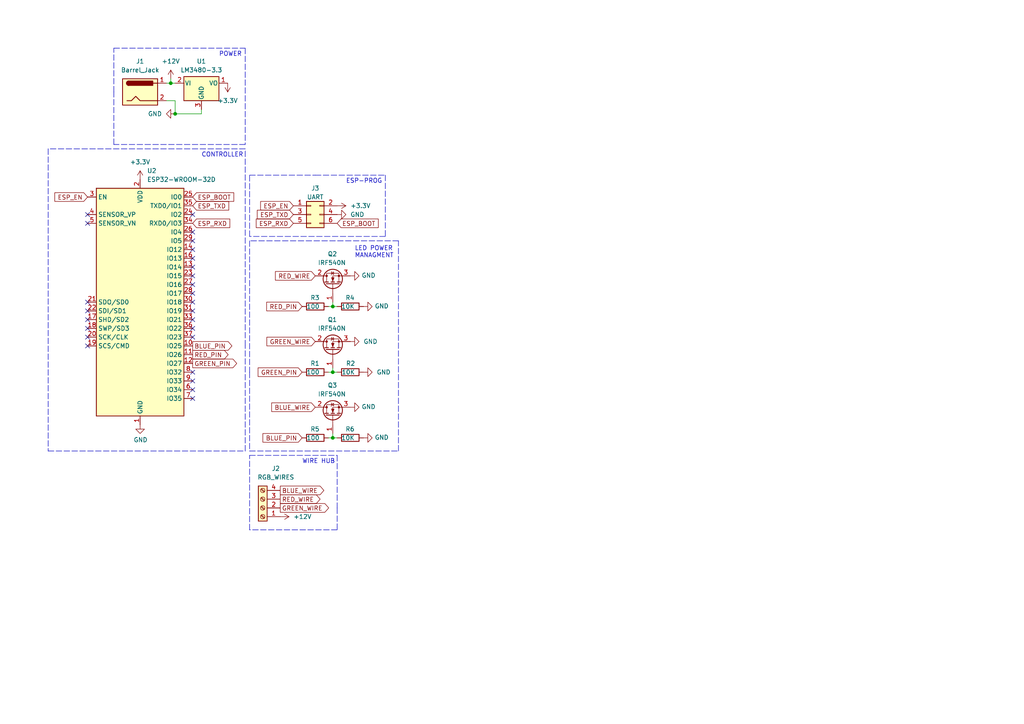
<source format=kicad_sch>
(kicad_sch (version 20211123) (generator eeschema)
  (paper "A4")
  (lib_symbols
    (symbol "Connector:Barrel_Jack" (pin_names (offset 1.016))
      (property "Reference" "J" (at 0 5.334 0))
      (property "Value" "Barrel_Jack" (at 0 -5.08 0))
      (symbol "Barrel_Jack_0_1"
        (rectangle (start -5.08 3.81) (end 5.08 -3.81) (stroke (width 0.254)) (fill (type background)))
        (arc (start -3.302 3.175) (mid -3.937 2.54) (end -3.302 1.905) (stroke (width 0.254)))
        (arc (start -3.302 3.175) (mid -3.937 2.54) (end -3.302 1.905) (stroke (width 0.254)) (fill (type outline)))
        (polyline (pts (xy 5.08 2.54) (xy 3.81 2.54)) (stroke (width 0.254)))
        (polyline (pts (xy -3.81 -2.54) (xy -2.54 -2.54) (xy -1.27 -1.27) (xy 0 -2.54) (xy 2.54 -2.54) (xy 5.08 -2.54)) (stroke (width 0.254)))
        (rectangle (start 3.683 3.175) (end -3.302 1.905) (stroke (width 0.254)) (fill (type outline)))
      )
      (symbol "Barrel_Jack_1_1"
        (pin passive line (at 7.62 2.54 180) (length 2.54) (name "~") (number "1"))
        (pin passive line (at 7.62 -2.54 180) (length 2.54) (name "~") (number "2"))
      )
    )
    (symbol "Connector:Screw_Terminal_01x04" (pin_names (offset 1.016) hide)
      (property "Reference" "J" (at 0 5.08 0))
      (property "Value" "Screw_Terminal_01x04" (at 0 -7.62 0))
      (symbol "Screw_Terminal_01x04_1_1"
        (rectangle (start -1.27 3.81) (end 1.27 -6.35) (stroke (width 0.254)) (fill (type background)))
        (circle (center 0 -5.08) (radius 0.635) (stroke (width 0.1524)))
        (circle (center 0 -2.54) (radius 0.635) (stroke (width 0.1524)))
        (polyline (pts (xy -0.5334 -4.7498) (xy 0.3302 -5.588)) (stroke (width 0.1524)))
        (polyline (pts (xy -0.5334 -2.2098) (xy 0.3302 -3.048)) (stroke (width 0.1524)))
        (polyline (pts (xy -0.5334 0.3302) (xy 0.3302 -0.508)) (stroke (width 0.1524)))
        (polyline (pts (xy -0.5334 2.8702) (xy 0.3302 2.032)) (stroke (width 0.1524)))
        (polyline (pts (xy -0.3556 -4.572) (xy 0.508 -5.4102)) (stroke (width 0.1524)))
        (polyline (pts (xy -0.3556 -2.032) (xy 0.508 -2.8702)) (stroke (width 0.1524)))
        (polyline (pts (xy -0.3556 0.508) (xy 0.508 -0.3302)) (stroke (width 0.1524)))
        (polyline (pts (xy -0.3556 3.048) (xy 0.508 2.2098)) (stroke (width 0.1524)))
        (circle (center 0 0) (radius 0.635) (stroke (width 0.1524)))
        (circle (center 0 2.54) (radius 0.635) (stroke (width 0.1524)))
        (pin passive line (at -5.08 2.54 0) (length 3.81) (name "Pin_1") (number "1"))
        (pin passive line (at -5.08 0 0) (length 3.81) (name "Pin_2") (number "2"))
        (pin passive line (at -5.08 -2.54 0) (length 3.81) (name "Pin_3") (number "3"))
        (pin passive line (at -5.08 -5.08 0) (length 3.81) (name "Pin_4") (number "4"))
      )
    )
    (symbol "Connector_Generic:Conn_02x03_Odd_Even" (pin_names (offset 1.016) hide)
      (property "Reference" "J" (at 1.27 5.08 0))
      (property "Value" "Conn_02x03_Odd_Even" (at 1.27 -5.08 0))
      (symbol "Conn_02x03_Odd_Even_1_1"
        (rectangle (start -1.27 -2.413) (end 0 -2.667) (stroke (width 0.1524)))
        (rectangle (start -1.27 0.127) (end 0 -0.127) (stroke (width 0.1524)))
        (rectangle (start -1.27 2.667) (end 0 2.413) (stroke (width 0.1524)))
        (rectangle (start -1.27 3.81) (end 3.81 -3.81) (stroke (width 0.254)) (fill (type background)))
        (rectangle (start 3.81 -2.413) (end 2.54 -2.667) (stroke (width 0.1524)))
        (rectangle (start 3.81 0.127) (end 2.54 -0.127) (stroke (width 0.1524)))
        (rectangle (start 3.81 2.667) (end 2.54 2.413) (stroke (width 0.1524)))
        (pin passive line (at -5.08 2.54 0) (length 3.81) (name "Pin_1") (number "1"))
        (pin passive line (at 7.62 2.54 180) (length 3.81) (name "Pin_2") (number "2"))
        (pin passive line (at -5.08 0 0) (length 3.81) (name "Pin_3") (number "3"))
        (pin passive line (at 7.62 0 180) (length 3.81) (name "Pin_4") (number "4"))
        (pin passive line (at -5.08 -2.54 0) (length 3.81) (name "Pin_5") (number "5"))
        (pin passive line (at 7.62 -2.54 180) (length 3.81) (name "Pin_6") (number "6"))
      )
    )
    (symbol "Device:R" (pin_numbers hide) (pin_names (offset 0))
      (property "Reference" "R" (at 2.032 0 90))
      (property "Value" "R" (at 0 0 90))
      (symbol "R_0_1"
        (rectangle (start -1.016 -2.54) (end 1.016 2.54) (stroke (width 0.254)))
      )
      (symbol "R_1_1"
        (pin passive line (at 0 3.81 270) (length 1.27) (name "~") (number "1"))
        (pin passive line (at 0 -3.81 90) (length 1.27) (name "~") (number "2"))
      )
    )
    (symbol "RF_Module:ESP32-WROOM-32D"
      (property "Reference" "U" (at -12.7 34.29 0))
      (property "Value" "ESP32-WROOM-32D" (at 1.27 34.29 0))
      (symbol "ESP32-WROOM-32D_0_1"
        (rectangle (start -12.7 33.02) (end 12.7 -33.02) (stroke (width 0.254)) (fill (type background)))
      )
      (symbol "ESP32-WROOM-32D_1_1"
        (pin power_in line (at 0 -35.56 90) (length 2.54) (name "GND") (number "1"))
        (pin bidirectional line (at 15.24 -12.7 180) (length 2.54) (name "IO25") (number "10"))
        (pin bidirectional line (at 15.24 -15.24 180) (length 2.54) (name "IO26") (number "11"))
        (pin bidirectional line (at 15.24 -17.78 180) (length 2.54) (name "IO27") (number "12"))
        (pin bidirectional line (at 15.24 10.16 180) (length 2.54) (name "IO14") (number "13"))
        (pin bidirectional line (at 15.24 15.24 180) (length 2.54) (name "IO12") (number "14"))
        (pin passive line (at 0 -35.56 90) (length 2.54) hide (name "GND") (number "15"))
        (pin bidirectional line (at 15.24 12.7 180) (length 2.54) (name "IO13") (number "16"))
        (pin bidirectional line (at -15.24 -5.08 0) (length 2.54) (name "SHD/SD2") (number "17"))
        (pin bidirectional line (at -15.24 -7.62 0) (length 2.54) (name "SWP/SD3") (number "18"))
        (pin bidirectional line (at -15.24 -12.7 0) (length 2.54) (name "SCS/CMD") (number "19"))
        (pin power_in line (at 0 35.56 270) (length 2.54) (name "VDD") (number "2"))
        (pin bidirectional line (at -15.24 -10.16 0) (length 2.54) (name "SCK/CLK") (number "20"))
        (pin bidirectional line (at -15.24 0 0) (length 2.54) (name "SDO/SD0") (number "21"))
        (pin bidirectional line (at -15.24 -2.54 0) (length 2.54) (name "SDI/SD1") (number "22"))
        (pin bidirectional line (at 15.24 7.62 180) (length 2.54) (name "IO15") (number "23"))
        (pin bidirectional line (at 15.24 25.4 180) (length 2.54) (name "IO2") (number "24"))
        (pin bidirectional line (at 15.24 30.48 180) (length 2.54) (name "IO0") (number "25"))
        (pin bidirectional line (at 15.24 20.32 180) (length 2.54) (name "IO4") (number "26"))
        (pin bidirectional line (at 15.24 5.08 180) (length 2.54) (name "IO16") (number "27"))
        (pin bidirectional line (at 15.24 2.54 180) (length 2.54) (name "IO17") (number "28"))
        (pin bidirectional line (at 15.24 17.78 180) (length 2.54) (name "IO5") (number "29"))
        (pin input line (at -15.24 30.48 0) (length 2.54) (name "EN") (number "3"))
        (pin bidirectional line (at 15.24 0 180) (length 2.54) (name "IO18") (number "30"))
        (pin bidirectional line (at 15.24 -2.54 180) (length 2.54) (name "IO19") (number "31"))
        (pin no_connect line (at -12.7 -27.94 0) (length 2.54) hide (name "NC") (number "32"))
        (pin bidirectional line (at 15.24 -5.08 180) (length 2.54) (name "IO21") (number "33"))
        (pin bidirectional line (at 15.24 22.86 180) (length 2.54) (name "RXD0/IO3") (number "34"))
        (pin bidirectional line (at 15.24 27.94 180) (length 2.54) (name "TXD0/IO1") (number "35"))
        (pin bidirectional line (at 15.24 -7.62 180) (length 2.54) (name "IO22") (number "36"))
        (pin bidirectional line (at 15.24 -10.16 180) (length 2.54) (name "IO23") (number "37"))
        (pin passive line (at 0 -35.56 90) (length 2.54) hide (name "GND") (number "38"))
        (pin passive line (at 0 -35.56 90) (length 2.54) hide (name "GND") (number "39"))
        (pin input line (at -15.24 25.4 0) (length 2.54) (name "SENSOR_VP") (number "4"))
        (pin input line (at -15.24 22.86 0) (length 2.54) (name "SENSOR_VN") (number "5"))
        (pin input line (at 15.24 -25.4 180) (length 2.54) (name "IO34") (number "6"))
        (pin input line (at 15.24 -27.94 180) (length 2.54) (name "IO35") (number "7"))
        (pin bidirectional line (at 15.24 -20.32 180) (length 2.54) (name "IO32") (number "8"))
        (pin bidirectional line (at 15.24 -22.86 180) (length 2.54) (name "IO33") (number "9"))
      )
    )
    (symbol "Regulator_Linear:LM3480-3.3" (pin_names (offset 0.254))
      (property "Reference" "U" (at -3.81 3.175 0))
      (property "Value" "LM3480-3.3" (at 0 3.175 0))
      (symbol "LM3480-3.3_0_1"
        (rectangle (start -5.08 1.905) (end 5.08 -5.08) (stroke (width 0.254)) (fill (type background)))
      )
      (symbol "LM3480-3.3_1_1"
        (pin power_out line (at 7.62 0 180) (length 2.54) (name "VO") (number "1"))
        (pin power_in line (at -7.62 0 0) (length 2.54) (name "VI") (number "2"))
        (pin power_in line (at 0 -7.62 90) (length 2.54) (name "GND") (number "3"))
      )
    )
    (symbol "Transistor_FET:IRF540N" (pin_names hide)
      (property "Reference" "Q" (at 6.35 1.905 0))
      (property "Value" "IRF540N" (at 6.35 0 0))
      (symbol "IRF540N_0_1"
        (polyline (pts (xy 0.254 0) (xy -2.54 0)))
        (polyline (pts (xy 0.254 1.905) (xy 0.254 -1.905)) (stroke (width 0.254)))
        (polyline (pts (xy 0.762 -1.27) (xy 0.762 -2.286)) (stroke (width 0.254)))
        (polyline (pts (xy 0.762 0.508) (xy 0.762 -0.508)) (stroke (width 0.254)))
        (polyline (pts (xy 0.762 2.286) (xy 0.762 1.27)) (stroke (width 0.254)))
        (polyline (pts (xy 2.54 2.54) (xy 2.54 1.778)))
        (polyline (pts (xy 2.54 -2.54) (xy 2.54 0) (xy 0.762 0)))
        (polyline (pts (xy 0.762 -1.778) (xy 3.302 -1.778) (xy 3.302 1.778) (xy 0.762 1.778)))
        (polyline (pts (xy 1.016 0) (xy 2.032 0.381) (xy 2.032 -0.381) (xy 1.016 0)) (fill (type outline)))
        (polyline (pts (xy 2.794 0.508) (xy 2.921 0.381) (xy 3.683 0.381) (xy 3.81 0.254)))
        (polyline (pts (xy 3.302 0.381) (xy 2.921 -0.254) (xy 3.683 -0.254) (xy 3.302 0.381)))
        (circle (center 1.651 0) (radius 2.794) (stroke (width 0.254)))
        (circle (center 2.54 -1.778) (radius 0.254) (fill (type outline)))
        (circle (center 2.54 1.778) (radius 0.254) (fill (type outline)))
      )
      (symbol "IRF540N_1_1"
        (pin input line (at -5.08 0 0) (length 2.54) (name "G") (number "1"))
        (pin passive line (at 2.54 5.08 270) (length 2.54) (name "D") (number "2"))
        (pin passive line (at 2.54 -5.08 90) (length 2.54) (name "S") (number "3"))
      )
    )
    (symbol "power:+12V" (power) (pin_names (offset 0))
      (property "Value" "+12V" (at 0 3.556 0))
      (symbol "+12V_0_1"
        (polyline (pts (xy -0.762 1.27) (xy 0 2.54)))
        (polyline (pts (xy 0 0) (xy 0 2.54)))
        (polyline (pts (xy 0 2.54) (xy 0.762 1.27)))
      )
      (symbol "+12V_1_1"
        (pin power_in line (at 0 0 90) (length 0) hide (name "+12V") (number "1"))
      )
    )
    (symbol "power:+3.3V" (power) (pin_names (offset 0))
      (property "Value" "+3.3V" (at 0 3.556 0))
      (symbol "+3.3V_0_1"
        (polyline (pts (xy -0.762 1.27) (xy 0 2.54)))
        (polyline (pts (xy 0 0) (xy 0 2.54)))
        (polyline (pts (xy 0 2.54) (xy 0.762 1.27)))
      )
      (symbol "+3.3V_1_1"
        (pin power_in line (at 0 0 90) (length 0) hide (name "+3.3V") (number "1"))
      )
    )
    (symbol "power:GND" (power) (pin_names (offset 0))
      (property "Value" "GND" (at 0 -3.81 0))
      (symbol "GND_0_1"
        (polyline (pts (xy 0 0) (xy 0 -1.27) (xy 1.27 -1.27) (xy 0 -2.54) (xy -1.27 -1.27) (xy 0 -1.27)))
      )
      (symbol "GND_1_1"
        (pin power_in line (at 0 0 270) (length 0) hide (name "GND") (number "1"))
      )
    )
  )
  (junction (at 96.52 107.95))
  (junction (at 96.52 127))
  (junction (at 50.8 33.02))
  (junction (at 49.53 24.13))
  (junction (at 96.52 88.9))
  (no_connect (at 25.4 62.23))
  (no_connect (at 25.4 64.77))
  (no_connect (at 55.88 62.23))
  (no_connect (at 55.88 82.55))
  (no_connect (at 55.88 80.01))
  (no_connect (at 55.88 72.39))
  (no_connect (at 55.88 69.85))
  (no_connect (at 55.88 67.31))
  (no_connect (at 55.88 74.93))
  (no_connect (at 55.88 92.71))
  (no_connect (at 55.88 95.25))
  (no_connect (at 55.88 77.47))
  (no_connect (at 55.88 85.09))
  (no_connect (at 55.88 87.63))
  (no_connect (at 55.88 113.03))
  (no_connect (at 55.88 110.49))
  (no_connect (at 55.88 107.95))
  (no_connect (at 55.88 115.57))
  (no_connect (at 25.4 95.25))
  (no_connect (at 25.4 100.33))
  (no_connect (at 25.4 90.17))
  (no_connect (at 25.4 87.63))
  (no_connect (at 25.4 92.71))
  (no_connect (at 25.4 97.79))
  (no_connect (at 55.88 90.17))
  (no_connect (at 55.88 97.79))
  (polyline (pts (xy 72.39 132.08) (xy 97.79 132.08)))
  (wire (pts (xy 50.8 24.13) (xy 49.53 24.13)))
  (polyline (pts (xy 115.57 69.85) (xy 72.39 69.85)))
  (wire (pts (xy 48.26 29.21) (xy 50.8 29.21)))
  (polyline (pts (xy 72.39 107.95) (xy 72.39 130.81)))
  (polyline (pts (xy 33.02 26.67) (xy 33.02 13.97)))
  (polyline (pts (xy 72.39 153.67) (xy 72.39 132.08)))
  (wire (pts (xy 96.52 107.95) (xy 97.79 107.95)))
  (polyline (pts (xy 13.97 43.18) (xy 13.97 130.81)))
  (polyline (pts (xy 91.44 50.8) (xy 111.76 50.8)))
  (polyline (pts (xy 71.12 100.33) (xy 71.12 43.18)))
  (wire (pts (xy 58.42 33.02) (xy 58.42 31.75)))
  (polyline (pts (xy 111.76 68.58) (xy 72.39 68.58)))
  (polyline (pts (xy 72.39 69.85) (xy 72.39 107.95)))
  (wire (pts (xy 49.53 22.86) (xy 49.53 24.13)))
  (polyline (pts (xy 111.76 50.8) (xy 111.76 68.58)))
  (polyline (pts (xy 97.79 132.08) (xy 97.79 147.32)))
  (wire (pts (xy 96.52 106.68) (xy 96.52 107.95)))
  (wire (pts (xy 95.25 107.95) (xy 96.52 107.95)))
  (wire (pts (xy 96.52 125.73) (xy 96.52 127)))
  (polyline (pts (xy 71.12 43.18) (xy 13.97 43.18)))
  (polyline (pts (xy 13.97 130.81) (xy 71.12 130.81)))
  (polyline (pts (xy 72.39 68.58) (xy 72.39 50.8)))
  (polyline (pts (xy 33.02 41.91) (xy 33.02 26.67)))
  (polyline (pts (xy 72.39 130.81) (xy 115.57 130.81)))
  (polyline (pts (xy 71.12 41.91) (xy 33.02 41.91)))
  (wire (pts (xy 96.52 88.9) (xy 97.79 88.9)))
  (polyline (pts (xy 97.79 153.67) (xy 72.39 153.67)))
  (wire (pts (xy 49.53 24.13) (xy 48.26 24.13)))
  (polyline (pts (xy 72.39 50.8) (xy 91.44 50.8)))
  (wire (pts (xy 96.52 127) (xy 97.79 127)))
  (polyline (pts (xy 71.12 13.97) (xy 71.12 41.91)))
  (wire (pts (xy 50.8 33.02) (xy 58.42 33.02)))
  (wire (pts (xy 50.8 29.21) (xy 50.8 33.02)))
  (wire (pts (xy 95.25 88.9) (xy 96.52 88.9)))
  (polyline (pts (xy 97.79 147.32) (xy 97.79 153.67)))
  (polyline (pts (xy 115.57 130.81) (xy 115.57 69.85)))
  (polyline (pts (xy 33.02 13.97) (xy 71.12 13.97)))
  (wire (pts (xy 96.52 87.63) (xy 96.52 88.9)))
  (polyline (pts (xy 71.12 130.81) (xy 71.12 100.33)))
  (wire (pts (xy 95.25 127) (xy 96.52 127)))
  (text "ESP-PROG" (at 100.33 53.34 0) (effects (font (size 1.27 1.27)) (justify left bottom)))
  (text "POWER" (at 63.5 16.51 0) (effects (font (size 1.27 1.27)) (justify left bottom)))
  (text "WIRE HUB" (at 87.63 134.62 0) (effects (font (size 1.27 1.27)) (justify left bottom)))
  (text "LED POWER\nMANAGMENT" (at 102.87 74.93 0) (effects (font (size 1.27 1.27)) (justify left bottom)))
  (text "CONTROLLER" (at 58.42 45.72 0) (effects (font (size 1.27 1.27)) (justify left bottom)))
  (global_label "RED_PIN" (shape input) (at 87.63 88.9 180) (property "Intersheet References" "${INTERSHEET_REFS}" (effects hide)))
  (global_label "BLUE_PIN" (shape output) (at 55.88 100.33 0) (property "Intersheet References" "${INTERSHEET_REFS}" (effects hide)))
  (global_label "GREEN_WIRE" (shape input) (at 91.44 99.06 180) (property "Intersheet References" "${INTERSHEET_REFS}" (effects hide)))
  (global_label "ESP_EN" (shape input) (at 25.4 57.15 180) (property "Intersheet References" "${INTERSHEET_REFS}" (effects hide)))
  (global_label "RED_WIRE" (shape input) (at 91.44 80.01 180) (property "Intersheet References" "${INTERSHEET_REFS}" (effects hide)))
  (global_label "GREEN_PIN" (shape output) (at 55.88 105.41 0) (property "Intersheet References" "${INTERSHEET_REFS}" (effects hide)))
  (global_label "BLUE_WIRE" (shape input) (at 91.44 118.11 180) (property "Intersheet References" "${INTERSHEET_REFS}" (effects hide)))
  (global_label "ESP_TXD" (shape input) (at 55.88 59.69 0) (property "Intersheet References" "${INTERSHEET_REFS}" (effects hide)))
  (global_label "ESP_RXD" (shape input) (at 85.09 64.77 180) (property "Intersheet References" "${INTERSHEET_REFS}" (effects hide)))
  (global_label "BLUE_WIRE" (shape output) (at 81.28 142.24 0) (property "Intersheet References" "${INTERSHEET_REFS}" (effects hide)))
  (global_label "ESP_BOOT" (shape input) (at 97.79 64.77 0) (property "Intersheet References" "${INTERSHEET_REFS}" (effects hide)))
  (global_label "RED_PIN" (shape output) (at 55.88 102.87 0) (property "Intersheet References" "${INTERSHEET_REFS}" (effects hide)))
  (global_label "GREEN_WIRE" (shape output) (at 81.28 147.32 0) (property "Intersheet References" "${INTERSHEET_REFS}" (effects hide)))
  (global_label "ESP_BOOT" (shape input) (at 55.88 57.15 0) (property "Intersheet References" "${INTERSHEET_REFS}" (effects hide)))
  (global_label "BLUE_PIN" (shape input) (at 87.63 127 180) (property "Intersheet References" "${INTERSHEET_REFS}" (effects hide)))
  (global_label "ESP_TXD" (shape input) (at 85.09 62.23 180) (property "Intersheet References" "${INTERSHEET_REFS}" (effects hide)))
  (global_label "ESP_RXD" (shape input) (at 55.88 64.77 0) (property "Intersheet References" "${INTERSHEET_REFS}" (effects hide)))
  (global_label "RED_WIRE" (shape output) (at 81.28 144.78 0) (property "Intersheet References" "${INTERSHEET_REFS}" (effects hide)))
  (global_label "GREEN_PIN" (shape input) (at 87.63 107.95 180) (property "Intersheet References" "${INTERSHEET_REFS}" (effects hide)))
  (global_label "ESP_EN" (shape input) (at 85.09 59.69 180) (property "Intersheet References" "${INTERSHEET_REFS}" (effects hide)))
  (symbol (lib_id "Transistor_FET:IRF540N") (at 96.52 82.55 90) (unit 1)
    (property "Reference" "Q2" (at 97.79 73.66 90) (effects (justify left)))
    (property "Value" "IRF540N" (at 100.33 76.2 90) (effects (justify left)))
    (property "Footprint" "Package_TO_SOT_SMD:SOT-323_SC-70" (effects hide))
    (property "Datasheet" "http://www.irf.com/product-info/datasheets/data/irf540n.pdf" (effects hide))
  )
  (symbol (lib_id "Transistor_FET:IRF540N") (at 96.52 101.6 90) (unit 1)
    (property "Reference" "Q1" (at 97.79 92.71 90) (effects (justify left)))
    (property "Value" "IRF540N" (at 100.33 95.25 90) (effects (justify left)))
    (property "Footprint" "Package_TO_SOT_SMD:SOT-323_SC-70" (effects hide))
    (property "Datasheet" "http://www.irf.com/product-info/datasheets/data/irf540n.pdf" (effects hide))
  )
  (symbol (lib_id "Transistor_FET:IRF540N") (at 96.52 120.65 90) (unit 1)
    (property "Reference" "Q3" (at 97.79 111.76 90) (effects (justify left)))
    (property "Value" "IRF540N" (at 100.33 114.3 90) (effects (justify left)))
    (property "Footprint" "Package_TO_SOT_SMD:SOT-323_SC-70" (effects hide))
    (property "Datasheet" "http://www.irf.com/product-info/datasheets/data/irf540n.pdf" (effects hide))
  )
  (symbol (lib_id "Device:R") (at 91.44 88.9 90) (unit 1)
    (property "Reference" "R3" (at 92.71 86.36 90) (effects (justify left)))
    (property "Value" "100" (at 92.71 88.9 90) (effects (justify left)))
    (property "Footprint" "Resistor_SMD:R_0805_2012Metric" (effects hide))
  )
  (symbol (lib_id "Device:R") (at 101.6 88.9 90) (unit 1)
    (property "Reference" "R4" (at 102.87 86.36 90) (effects (justify left)))
    (property "Value" "10K" (at 102.87 88.9 90) (effects (justify left)))
    (property "Footprint" "Resistor_SMD:R_0805_2012Metric" (effects hide))
  )
  (symbol (lib_id "Device:R") (at 101.6 107.95 270) (unit 1)
    (property "Reference" "R2" (at 100.33 105.41 90) (effects (justify left)))
    (property "Value" "10K" (at 99.06 107.95 90) (effects (justify left)))
    (property "Footprint" "Resistor_SMD:R_0805_2012Metric" (effects hide))
  )
  (symbol (lib_id "Device:R") (at 91.44 107.95 90) (unit 1)
    (property "Reference" "R1" (at 92.71 105.41 90) (effects (justify left)))
    (property "Value" "100" (at 92.71 107.95 90) (effects (justify left)))
    (property "Footprint" "Resistor_SMD:R_0805_2012Metric" (effects hide))
  )
  (symbol (lib_id "Device:R") (at 91.44 127 90) (unit 1)
    (property "Reference" "R5" (at 92.71 124.46 90) (effects (justify left)))
    (property "Value" "100" (at 92.71 127 90) (effects (justify left)))
    (property "Footprint" "Resistor_SMD:R_0805_2012Metric" (effects hide))
  )
  (symbol (lib_id "Device:R") (at 101.6 127 90) (unit 1)
    (property "Reference" "R6" (at 102.87 124.46 90) (effects (justify left)))
    (property "Value" "10K" (at 102.87 127 90) (effects (justify left)))
    (property "Footprint" "Resistor_SMD:R_0805_2012Metric" (effects hide))
  )
  (symbol (lib_id "power:GND") (at 101.6 80.01 90) (unit 1)
    (property "Reference" "#PWR010" (effects hide))
    (property "Value" "GND" (at 104.8512 79.883 90) (effects (justify right)))
  )
  (symbol (lib_id "power:GND") (at 101.6 118.11 90) (unit 1)
    (property "Reference" "#PWR011" (effects hide))
    (property "Value" "GND" (at 104.8512 117.983 90) (effects (justify right)))
  )
  (symbol (lib_id "power:+12V") (at 49.53 22.86 0) (unit 1)
    (property "Reference" "#PWR0101" (effects hide))
    (property "Value" "+12V" (at 49.53 17.78 0))
  )
  (symbol (lib_id "Connector:Barrel_Jack") (at 40.64 26.67 0) (unit 1)
    (property "Reference" "J1" (at 40.64 17.78 0))
    (property "Value" "Barrel_Jack" (at 40.64 20.32 0))
    (property "Footprint" "Connector_BarrelJack:BarrelJack_Horizontal" (effects hide))
  )
  (symbol (lib_id "power:GND") (at 40.64 123.19 0) (unit 1)
    (property "Reference" "#PWR0105" (effects hide))
    (property "Value" "GND" (at 40.767 127.5842 0))
  )
  (symbol (lib_id "power:+3.3V") (at 40.64 52.07 0) (unit 1)
    (property "Reference" "#PWR0112" (effects hide))
    (property "Value" "+3.3V" (at 40.64 46.99 0))
  )
  (symbol (lib_id "power:GND") (at 105.41 127 90) (unit 1)
    (property "Reference" "#PWR0106" (effects hide))
    (property "Value" "GND" (at 108.6612 126.873 90) (effects (justify right)))
  )
  (symbol (lib_id "power:GND") (at 105.41 88.9 90) (unit 1)
    (property "Reference" "#PWR0109" (effects hide))
    (property "Value" "GND" (at 108.6612 88.773 90) (effects (justify right)))
  )
  (symbol (lib_id "RF_Module:ESP32-WROOM-32D") (at 40.64 87.63 0) (unit 1)
    (property "Reference" "U2" (at 42.6594 49.53 0) (effects (justify left)))
    (property "Value" "ESP32-WROOM-32D" (at 42.6594 52.07 0) (effects (justify left)))
    (property "Footprint" "RF_Module:ESP32-WROOM-32" (effects hide))
    (property "Datasheet" "https://www.espressif.com/sites/default/files/documentation/esp32-wroom-32d_esp32-wroom-32u_datasheet_en.pdf" (effects hide))
  )
  (symbol (lib_id "power:+12V") (at 81.28 149.86 270) (unit 1)
    (property "Reference" "#PWR0104" (effects hide))
    (property "Value" "+12V" (at 85.09 149.8599 90) (effects (justify left)))
  )
  (symbol (lib_id "power:+3.3V") (at 66.04 24.13 180) (unit 1)
    (property "Reference" "#PWR0102" (effects hide))
    (property "Value" "+3.3V" (at 66.04 29.21 0))
  )
  (symbol (lib_id "power:GND") (at 50.8 33.02 270) (unit 1)
    (property "Reference" "#PWR0103" (effects hide))
    (property "Value" "GND" (at 46.99 33.0199 90) (effects (justify right)))
  )
  (symbol (lib_id "Regulator_Linear:LM3480-3.3") (at 58.42 24.13 0) (unit 1)
    (property "Reference" "U1" (at 58.42 17.78 0))
    (property "Value" "LM3480-3.3" (at 58.42 20.32 0))
    (property "Footprint" "Package_TO_SOT_SMD:SOT-23" (effects hide))
    (property "Datasheet" "http://www.ti.com/lit/ds/symlink/lm3480.pdf" (effects hide))
  )
  (symbol (lib_id "Connector:Screw_Terminal_01x04") (at 76.2 147.32 180) (unit 1)
    (property "Reference" "J2" (at 80.01 135.89 0))
    (property "Value" "RGB_WIRES" (at 80.01 138.43 0))
    (property "Footprint" "TerminalBlock:TerminalBlock_bornier-4_P5.08mm" (effects hide))
  )
  (symbol (lib_id "power:GND") (at 101.6 99.06 90) (unit 1)
    (property "Reference" "#PWR0108" (effects hide))
    (property "Value" "GND" (at 105.41 99.0599 90) (effects (justify right)))
  )
  (symbol (lib_id "Connector_Generic:Conn_02x03_Odd_Even") (at 90.17 62.23 0) (unit 1)
    (property "Reference" "J3" (at 91.44 54.61 0))
    (property "Value" "UART" (at 91.44 57.15 0))
    (property "Footprint" "Connector_PinHeader_2.54mm:PinHeader_2x03_P2.54mm_Vertical" (effects hide))
  )
  (symbol (lib_id "power:GND") (at 97.79 62.23 90) (unit 1)
    (property "Reference" "#PWR0110" (effects hide))
    (property "Value" "GND" (at 101.6 62.2299 90) (effects (justify right)))
  )
  (symbol (lib_id "power:GND") (at 105.41 107.95 90) (unit 1)
    (property "Reference" "#PWR0107" (effects hide))
    (property "Value" "GND" (at 109.22 107.9499 90) (effects (justify right)))
  )
  (symbol (lib_id "power:+3.3V") (at 97.79 59.69 270) (unit 1)
    (property "Reference" "#PWR0111" (effects hide))
    (property "Value" "+3.3V" (at 101.6 59.6899 90) (effects (justify left)))
  )
)
</source>
